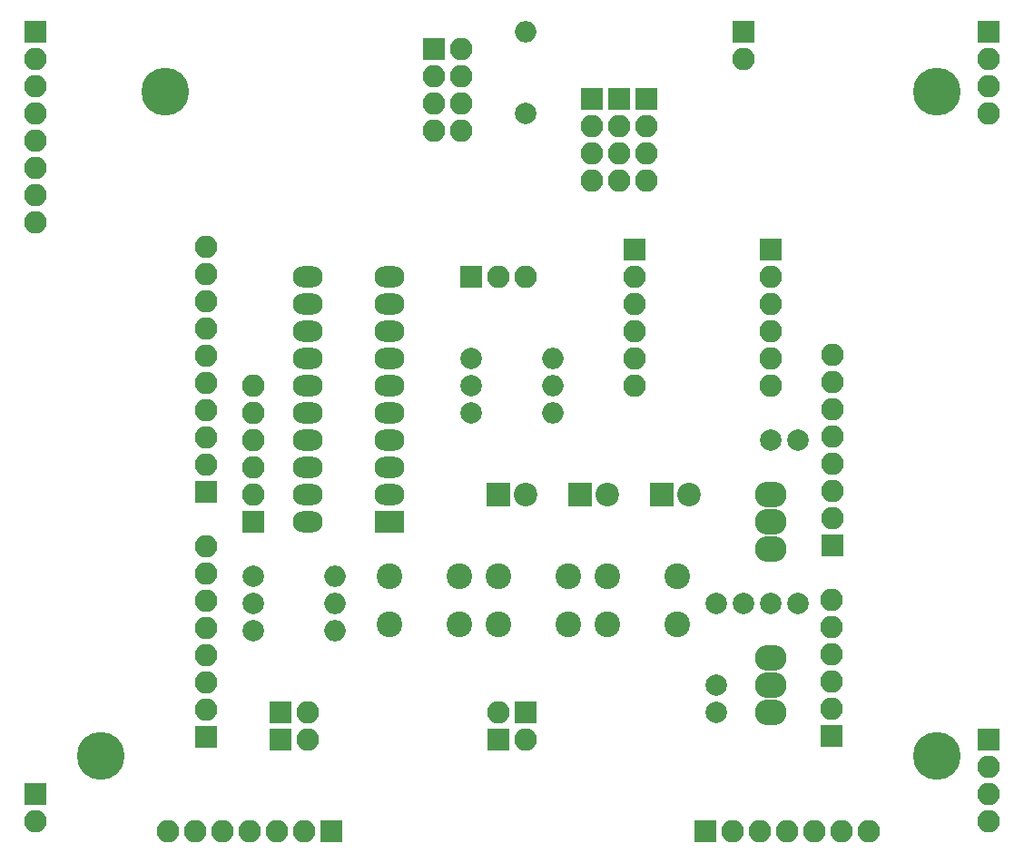
<source format=gbr>
G04 #@! TF.FileFunction,Soldermask,Top*
%FSLAX46Y46*%
G04 Gerber Fmt 4.6, Leading zero omitted, Abs format (unit mm)*
G04 Created by KiCad (PCBNEW 4.0.7) date 03/14/18 00:34:20*
%MOMM*%
%LPD*%
G01*
G04 APERTURE LIST*
%ADD10C,0.100000*%
%ADD11R,2.100000X2.100000*%
%ADD12O,2.100000X2.100000*%
%ADD13O,2.940000X2.432000*%
%ADD14C,2.000000*%
%ADD15R,2.200000X2.200000*%
%ADD16C,2.200000*%
%ADD17O,2.000000X2.000000*%
%ADD18C,2.400000*%
%ADD19R,2.800000X2.000000*%
%ADD20O,2.800000X2.000000*%
%ADD21C,4.464000*%
G04 APERTURE END LIST*
D10*
D11*
X43810000Y-68340000D03*
D12*
X43810000Y-65800000D03*
X43810000Y-63260000D03*
X43810000Y-60720000D03*
X43810000Y-58180000D03*
X43810000Y-55640000D03*
X43810000Y-53100000D03*
X43810000Y-50560000D03*
X43810000Y-48020000D03*
X43810000Y-45480000D03*
D11*
X102190000Y-91150000D03*
D12*
X102190000Y-88610000D03*
X102190000Y-86070000D03*
X102190000Y-83530000D03*
X102190000Y-80990000D03*
X102190000Y-78450000D03*
D11*
X102220000Y-73370000D03*
D12*
X102220000Y-70830000D03*
X102220000Y-68290000D03*
X102220000Y-65750000D03*
X102220000Y-63210000D03*
X102220000Y-60670000D03*
X102220000Y-58130000D03*
X102220000Y-55590000D03*
D11*
X65080000Y-27020000D03*
D12*
X67620000Y-27020000D03*
X65080000Y-29560000D03*
X67620000Y-29560000D03*
X65080000Y-32100000D03*
X67620000Y-32100000D03*
X65080000Y-34640000D03*
X67620000Y-34640000D03*
D11*
X116840000Y-25400000D03*
D12*
X116840000Y-27940000D03*
X116840000Y-30480000D03*
X116840000Y-33020000D03*
D11*
X27940000Y-25400000D03*
D12*
X27940000Y-27940000D03*
X27940000Y-30480000D03*
X27940000Y-33020000D03*
X27940000Y-35560000D03*
X27940000Y-38100000D03*
X27940000Y-40640000D03*
X27940000Y-43180000D03*
D11*
X84890000Y-31640000D03*
D12*
X84890000Y-34180000D03*
X84890000Y-36720000D03*
X84890000Y-39260000D03*
D11*
X79810000Y-31640000D03*
D12*
X79810000Y-34180000D03*
X79810000Y-36720000D03*
X79810000Y-39260000D03*
D11*
X82350000Y-31640000D03*
D12*
X82350000Y-34180000D03*
X82350000Y-36720000D03*
X82350000Y-39260000D03*
D11*
X68580000Y-48260000D03*
D12*
X71120000Y-48260000D03*
X73660000Y-48260000D03*
D11*
X90400000Y-100000000D03*
D12*
X92940000Y-100000000D03*
X95480000Y-100000000D03*
X98020000Y-100000000D03*
X100560000Y-100000000D03*
X103100000Y-100000000D03*
X105640000Y-100000000D03*
D11*
X55500000Y-100000000D03*
D12*
X52960000Y-100000000D03*
X50420000Y-100000000D03*
X47880000Y-100000000D03*
X45340000Y-100000000D03*
X42800000Y-100000000D03*
X40260000Y-100000000D03*
D13*
X96520000Y-86360000D03*
X96520000Y-83820000D03*
X96520000Y-88900000D03*
X96520000Y-71120000D03*
X96520000Y-68580000D03*
X96520000Y-73660000D03*
D11*
X96520000Y-45720000D03*
D12*
X96520000Y-48260000D03*
X96520000Y-50800000D03*
X96520000Y-53340000D03*
X96520000Y-55880000D03*
X96520000Y-58420000D03*
D11*
X83820000Y-45720000D03*
D12*
X83820000Y-48260000D03*
X83820000Y-50800000D03*
X83820000Y-53340000D03*
X83820000Y-55880000D03*
X83820000Y-58420000D03*
D11*
X50800000Y-88900000D03*
D12*
X53340000Y-88900000D03*
D11*
X50800000Y-91440000D03*
D12*
X53340000Y-91440000D03*
D11*
X43860000Y-91180000D03*
D12*
X43860000Y-88640000D03*
X43860000Y-86100000D03*
X43860000Y-83560000D03*
X43860000Y-81020000D03*
X43860000Y-78480000D03*
X43860000Y-75940000D03*
X43860000Y-73400000D03*
D14*
X96520000Y-78740000D03*
X99020000Y-78740000D03*
X91440000Y-78740000D03*
X93940000Y-78740000D03*
X91440000Y-88900000D03*
X91440000Y-86400000D03*
X96520000Y-63500000D03*
X99020000Y-63500000D03*
D11*
X48260000Y-71120000D03*
D12*
X48260000Y-68580000D03*
X48260000Y-66040000D03*
X48260000Y-63500000D03*
X48260000Y-60960000D03*
X48260000Y-58420000D03*
D11*
X27940000Y-96520000D03*
D12*
X27940000Y-99060000D03*
D11*
X71120000Y-91440000D03*
D12*
X73660000Y-91440000D03*
D11*
X73660000Y-88900000D03*
D12*
X71120000Y-88900000D03*
D15*
X86360000Y-68580000D03*
D16*
X88900000Y-68580000D03*
D15*
X78740000Y-68580000D03*
D16*
X81280000Y-68580000D03*
D15*
X71120000Y-68580000D03*
D16*
X73660000Y-68580000D03*
D14*
X48260000Y-81280000D03*
D17*
X55880000Y-81280000D03*
D14*
X48260000Y-76200000D03*
D17*
X55880000Y-76200000D03*
D14*
X48260000Y-78740000D03*
D17*
X55880000Y-78740000D03*
D14*
X68580000Y-60960000D03*
D17*
X76200000Y-60960000D03*
D14*
X68580000Y-58420000D03*
D17*
X76200000Y-58420000D03*
D14*
X68580000Y-55880000D03*
D17*
X76200000Y-55880000D03*
D11*
X93980000Y-25400000D03*
D12*
X93980000Y-27940000D03*
D14*
X73660000Y-33020000D03*
D17*
X73660000Y-25400000D03*
D18*
X60960000Y-80700000D03*
X60960000Y-76200000D03*
X67460000Y-80700000D03*
X67460000Y-76200000D03*
X81280000Y-80700000D03*
X81280000Y-76200000D03*
X87780000Y-80700000D03*
X87780000Y-76200000D03*
X71120000Y-80700000D03*
X71120000Y-76200000D03*
X77620000Y-80700000D03*
X77620000Y-76200000D03*
D19*
X60960000Y-71120000D03*
D20*
X53340000Y-48260000D03*
X60960000Y-68580000D03*
X53340000Y-50800000D03*
X60960000Y-66040000D03*
X53340000Y-53340000D03*
X60960000Y-63500000D03*
X53340000Y-55880000D03*
X60960000Y-60960000D03*
X53340000Y-58420000D03*
X60960000Y-58420000D03*
X53340000Y-60960000D03*
X60960000Y-55880000D03*
X53340000Y-63500000D03*
X60960000Y-53340000D03*
X53340000Y-66040000D03*
X60960000Y-50800000D03*
X53340000Y-68580000D03*
X60960000Y-48260000D03*
X53340000Y-71120000D03*
D11*
X116840000Y-91440000D03*
D12*
X116840000Y-93980000D03*
X116840000Y-96520000D03*
X116840000Y-99060000D03*
D21*
X112000000Y-31000000D03*
X112000000Y-93000000D03*
X34000000Y-93000000D03*
X40000000Y-31000000D03*
M02*

</source>
